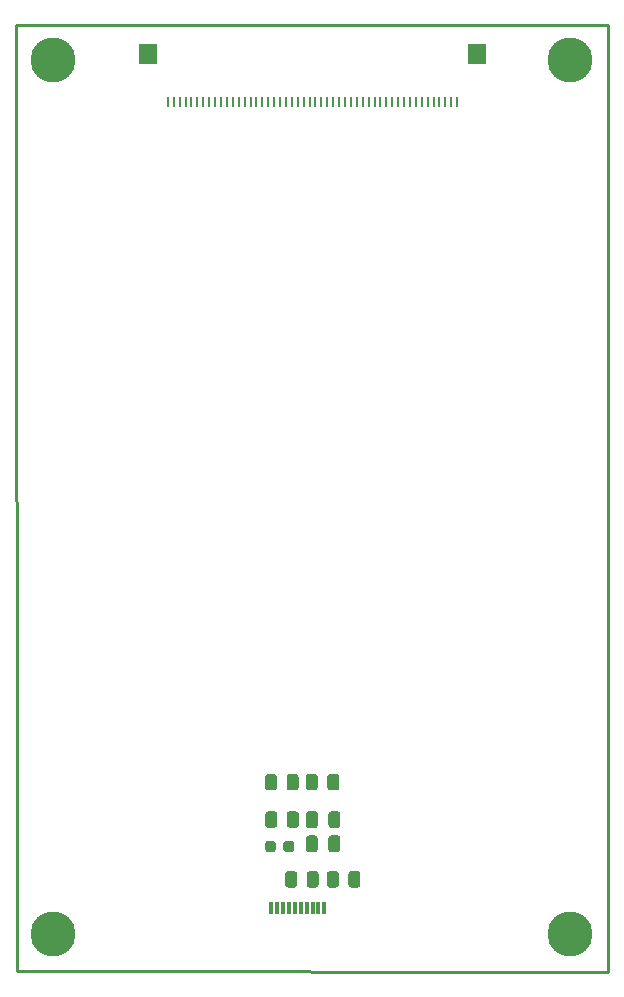
<source format=gbr>
%TF.GenerationSoftware,KiCad,Pcbnew,5.1.7-a382d34a8~87~ubuntu16.04.1*%
%TF.CreationDate,2020-11-09T07:45:18+07:00*%
%TF.ProjectId,sama5d27_som1_ek-sharp_ls0xx_lcd-adapter,73616d61-3564-4323-975f-736f6d315f65,rev?*%
%TF.SameCoordinates,Original*%
%TF.FileFunction,Soldermask,Top*%
%TF.FilePolarity,Negative*%
%FSLAX46Y46*%
G04 Gerber Fmt 4.6, Leading zero omitted, Abs format (unit mm)*
G04 Created by KiCad (PCBNEW 5.1.7-a382d34a8~87~ubuntu16.04.1) date 2020-11-09 07:45:18*
%MOMM*%
%LPD*%
G01*
G04 APERTURE LIST*
%TA.AperFunction,Profile*%
%ADD10C,0.250000*%
%TD*%
%ADD11C,3.800000*%
%ADD12R,1.524000X1.701800*%
%ADD13R,0.254000X0.812800*%
%ADD14R,0.304800X1.092200*%
G04 APERTURE END LIST*
D10*
X162400000Y-102650000D02*
X162375000Y-22525000D01*
X212450000Y-102675000D02*
X162400000Y-102650000D01*
X212475000Y-22525000D02*
X212450000Y-102675000D01*
X162375000Y-22525000D02*
X212475000Y-22525000D01*
D11*
%TO.C,REF\u002A\u002A*%
X209250000Y-99500000D03*
%TD*%
%TO.C,REF\u002A\u002A*%
X165500000Y-99500000D03*
%TD*%
%TO.C,REF\u002A\u002A*%
X209250000Y-25500000D03*
%TD*%
%TO.C,REF\u002A\u002A*%
X165500000Y-25500000D03*
%TD*%
%TO.C,C2*%
G36*
G01*
X188800000Y-90275000D02*
X188800000Y-89325000D01*
G75*
G02*
X189050000Y-89075000I250000J0D01*
G01*
X189550000Y-89075000D01*
G75*
G02*
X189800000Y-89325000I0J-250000D01*
G01*
X189800000Y-90275000D01*
G75*
G02*
X189550000Y-90525000I-250000J0D01*
G01*
X189050000Y-90525000D01*
G75*
G02*
X188800000Y-90275000I0J250000D01*
G01*
G37*
G36*
G01*
X186900000Y-90275000D02*
X186900000Y-89325000D01*
G75*
G02*
X187150000Y-89075000I250000J0D01*
G01*
X187650000Y-89075000D01*
G75*
G02*
X187900000Y-89325000I0J-250000D01*
G01*
X187900000Y-90275000D01*
G75*
G02*
X187650000Y-90525000I-250000J0D01*
G01*
X187150000Y-90525000D01*
G75*
G02*
X186900000Y-90275000I0J250000D01*
G01*
G37*
%TD*%
%TO.C,R2*%
G36*
G01*
X186150000Y-94399998D02*
X186150000Y-95300002D01*
G75*
G02*
X185900002Y-95550000I-249998J0D01*
G01*
X185374998Y-95550000D01*
G75*
G02*
X185125000Y-95300002I0J249998D01*
G01*
X185125000Y-94399998D01*
G75*
G02*
X185374998Y-94150000I249998J0D01*
G01*
X185900002Y-94150000D01*
G75*
G02*
X186150000Y-94399998I0J-249998D01*
G01*
G37*
G36*
G01*
X187975000Y-94399998D02*
X187975000Y-95300002D01*
G75*
G02*
X187725002Y-95550000I-249998J0D01*
G01*
X187199998Y-95550000D01*
G75*
G02*
X186950000Y-95300002I0J249998D01*
G01*
X186950000Y-94399998D01*
G75*
G02*
X187199998Y-94150000I249998J0D01*
G01*
X187725002Y-94150000D01*
G75*
G02*
X187975000Y-94399998I0J-249998D01*
G01*
G37*
%TD*%
%TO.C,C1*%
G36*
G01*
X185885000Y-91820000D02*
X185885000Y-92320000D01*
G75*
G02*
X185660000Y-92545000I-225000J0D01*
G01*
X185210000Y-92545000D01*
G75*
G02*
X184985000Y-92320000I0J225000D01*
G01*
X184985000Y-91820000D01*
G75*
G02*
X185210000Y-91595000I225000J0D01*
G01*
X185660000Y-91595000D01*
G75*
G02*
X185885000Y-91820000I0J-225000D01*
G01*
G37*
G36*
G01*
X184335000Y-91820000D02*
X184335000Y-92320000D01*
G75*
G02*
X184110000Y-92545000I-225000J0D01*
G01*
X183660000Y-92545000D01*
G75*
G02*
X183435000Y-92320000I0J225000D01*
G01*
X183435000Y-91820000D01*
G75*
G02*
X183660000Y-91595000I225000J0D01*
G01*
X184110000Y-91595000D01*
G75*
G02*
X184335000Y-91820000I0J-225000D01*
G01*
G37*
%TD*%
%TO.C,C3*%
G36*
G01*
X186900000Y-92325000D02*
X186900000Y-91375000D01*
G75*
G02*
X187150000Y-91125000I250000J0D01*
G01*
X187650000Y-91125000D01*
G75*
G02*
X187900000Y-91375000I0J-250000D01*
G01*
X187900000Y-92325000D01*
G75*
G02*
X187650000Y-92575000I-250000J0D01*
G01*
X187150000Y-92575000D01*
G75*
G02*
X186900000Y-92325000I0J250000D01*
G01*
G37*
G36*
G01*
X188800000Y-92325000D02*
X188800000Y-91375000D01*
G75*
G02*
X189050000Y-91125000I250000J0D01*
G01*
X189550000Y-91125000D01*
G75*
G02*
X189800000Y-91375000I0J-250000D01*
G01*
X189800000Y-92325000D01*
G75*
G02*
X189550000Y-92575000I-250000J0D01*
G01*
X189050000Y-92575000D01*
G75*
G02*
X188800000Y-92325000I0J250000D01*
G01*
G37*
%TD*%
D12*
%TO.C,J1*%
X201356500Y-24987900D03*
X173543500Y-24987900D03*
D13*
X175200002Y-29001100D03*
X175700001Y-29001100D03*
X176200002Y-29001100D03*
X176700001Y-29001100D03*
X177200000Y-29001100D03*
X177700002Y-29001100D03*
X178200001Y-29001100D03*
X178700000Y-29001100D03*
X179200001Y-29001100D03*
X179700000Y-29001100D03*
X180200002Y-29001100D03*
X180700001Y-29001100D03*
X181200000Y-29001100D03*
X181700001Y-29001100D03*
X182200000Y-29001100D03*
X182700002Y-29001100D03*
X183200001Y-29001100D03*
X183700000Y-29001100D03*
X184200001Y-29001100D03*
X184700000Y-29001100D03*
X185200002Y-29001100D03*
X185700001Y-29001100D03*
X186200000Y-29001100D03*
X186700002Y-29001100D03*
X187200000Y-29001100D03*
X187700002Y-29001100D03*
X188200001Y-29001100D03*
X188700000Y-29001100D03*
X189200002Y-29001100D03*
X189700001Y-29001100D03*
X190200002Y-29001100D03*
X190700001Y-29001100D03*
X191200000Y-29001100D03*
X191700002Y-29001100D03*
X192200001Y-29001100D03*
X192700002Y-29001100D03*
X193200001Y-29001100D03*
X193700000Y-29001100D03*
X194200002Y-29001100D03*
X194700001Y-29001100D03*
X195200002Y-29001100D03*
X195700001Y-29001100D03*
X196200000Y-29001100D03*
X196700002Y-29001100D03*
X197200001Y-29001100D03*
X197700002Y-29001100D03*
X198200001Y-29001100D03*
X198700000Y-29001100D03*
X199200002Y-29001100D03*
X199700001Y-29001100D03*
%TD*%
D14*
%TO.C,J2*%
X183949999Y-97250000D03*
X184450001Y-97250000D03*
X184950000Y-97250000D03*
X185449999Y-97250000D03*
X185950000Y-97250000D03*
X186449999Y-97250000D03*
X186950001Y-97250000D03*
X187450000Y-97250000D03*
X187949999Y-97250000D03*
X188450001Y-97250000D03*
%TD*%
%TO.C,R3*%
G36*
G01*
X190487500Y-95300002D02*
X190487500Y-94399998D01*
G75*
G02*
X190737498Y-94150000I249998J0D01*
G01*
X191262502Y-94150000D01*
G75*
G02*
X191512500Y-94399998I0J-249998D01*
G01*
X191512500Y-95300002D01*
G75*
G02*
X191262502Y-95550000I-249998J0D01*
G01*
X190737498Y-95550000D01*
G75*
G02*
X190487500Y-95300002I0J249998D01*
G01*
G37*
G36*
G01*
X188662500Y-95300002D02*
X188662500Y-94399998D01*
G75*
G02*
X188912498Y-94150000I249998J0D01*
G01*
X189437502Y-94150000D01*
G75*
G02*
X189687500Y-94399998I0J-249998D01*
G01*
X189687500Y-95300002D01*
G75*
G02*
X189437502Y-95550000I-249998J0D01*
G01*
X188912498Y-95550000D01*
G75*
G02*
X188662500Y-95300002I0J249998D01*
G01*
G37*
%TD*%
%TO.C,R4*%
G36*
G01*
X184450000Y-86174998D02*
X184450000Y-87075002D01*
G75*
G02*
X184200002Y-87325000I-249998J0D01*
G01*
X183674998Y-87325000D01*
G75*
G02*
X183425000Y-87075002I0J249998D01*
G01*
X183425000Y-86174998D01*
G75*
G02*
X183674998Y-85925000I249998J0D01*
G01*
X184200002Y-85925000D01*
G75*
G02*
X184450000Y-86174998I0J-249998D01*
G01*
G37*
G36*
G01*
X186275000Y-86174998D02*
X186275000Y-87075002D01*
G75*
G02*
X186025002Y-87325000I-249998J0D01*
G01*
X185499998Y-87325000D01*
G75*
G02*
X185250000Y-87075002I0J249998D01*
G01*
X185250000Y-86174998D01*
G75*
G02*
X185499998Y-85925000I249998J0D01*
G01*
X186025002Y-85925000D01*
G75*
G02*
X186275000Y-86174998I0J-249998D01*
G01*
G37*
%TD*%
%TO.C,R5*%
G36*
G01*
X186875000Y-87075002D02*
X186875000Y-86174998D01*
G75*
G02*
X187124998Y-85925000I249998J0D01*
G01*
X187650002Y-85925000D01*
G75*
G02*
X187900000Y-86174998I0J-249998D01*
G01*
X187900000Y-87075002D01*
G75*
G02*
X187650002Y-87325000I-249998J0D01*
G01*
X187124998Y-87325000D01*
G75*
G02*
X186875000Y-87075002I0J249998D01*
G01*
G37*
G36*
G01*
X188700000Y-87075002D02*
X188700000Y-86174998D01*
G75*
G02*
X188949998Y-85925000I249998J0D01*
G01*
X189475002Y-85925000D01*
G75*
G02*
X189725000Y-86174998I0J-249998D01*
G01*
X189725000Y-87075002D01*
G75*
G02*
X189475002Y-87325000I-249998J0D01*
G01*
X188949998Y-87325000D01*
G75*
G02*
X188700000Y-87075002I0J249998D01*
G01*
G37*
%TD*%
%TO.C,R1*%
G36*
G01*
X186295000Y-89339998D02*
X186295000Y-90240002D01*
G75*
G02*
X186045002Y-90490000I-249998J0D01*
G01*
X185519998Y-90490000D01*
G75*
G02*
X185270000Y-90240002I0J249998D01*
G01*
X185270000Y-89339998D01*
G75*
G02*
X185519998Y-89090000I249998J0D01*
G01*
X186045002Y-89090000D01*
G75*
G02*
X186295000Y-89339998I0J-249998D01*
G01*
G37*
G36*
G01*
X184470000Y-89339998D02*
X184470000Y-90240002D01*
G75*
G02*
X184220002Y-90490000I-249998J0D01*
G01*
X183694998Y-90490000D01*
G75*
G02*
X183445000Y-90240002I0J249998D01*
G01*
X183445000Y-89339998D01*
G75*
G02*
X183694998Y-89090000I249998J0D01*
G01*
X184220002Y-89090000D01*
G75*
G02*
X184470000Y-89339998I0J-249998D01*
G01*
G37*
%TD*%
M02*

</source>
